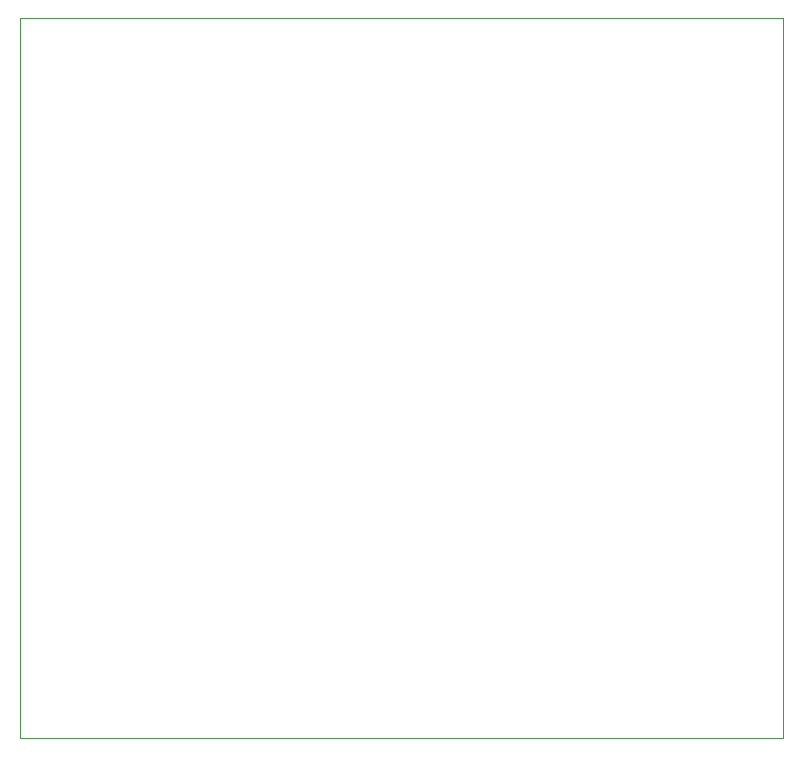
<source format=gm1>
G04 #@! TF.GenerationSoftware,KiCad,Pcbnew,7.0.11+1*
G04 #@! TF.CreationDate,2024-06-02T11:35:51+02:00*
G04 #@! TF.ProjectId,prg_pcb,7072675f-7063-4622-9e6b-696361645f70,rev?*
G04 #@! TF.SameCoordinates,Original*
G04 #@! TF.FileFunction,Profile,NP*
%FSLAX46Y46*%
G04 Gerber Fmt 4.6, Leading zero omitted, Abs format (unit mm)*
G04 Created by KiCad (PCBNEW 7.0.11+1) date 2024-06-02 11:35:51*
%MOMM*%
%LPD*%
G01*
G04 APERTURE LIST*
G04 #@! TA.AperFunction,Profile*
%ADD10C,0.100000*%
G04 #@! TD*
G04 APERTURE END LIST*
D10*
X76200000Y-76200000D02*
X140843000Y-76200000D01*
X140843000Y-137160000D01*
X76200000Y-137160000D01*
X76200000Y-76200000D01*
M02*

</source>
